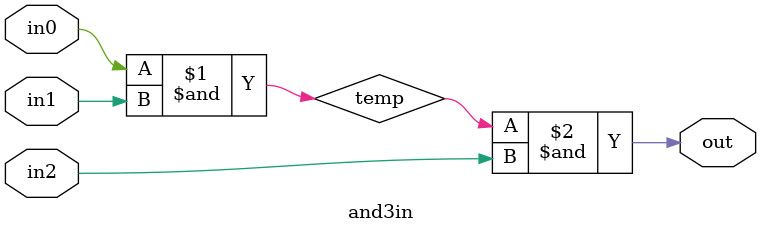
<source format=v>
module and3in(out, in0, in1, in2);
input in0, in1, in2;
output out;
wire temp;

and(temp, in0, in1);
and(out, temp, in2);

endmodule

</source>
